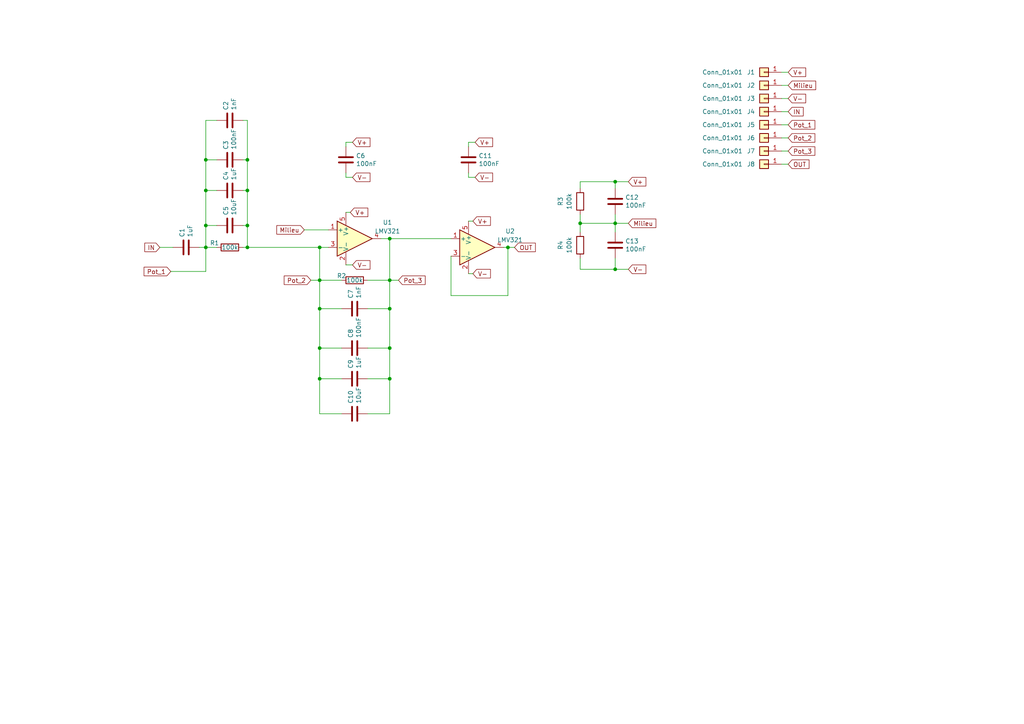
<source format=kicad_sch>
(kicad_sch (version 20211123) (generator eeschema)
  (paper "A4")
  (lib_symbols
    (symbol "Amplifier_Operational:LMV321" (pin_names (offset 0.127))
      (property "Reference" "U" (at 0 5.08 0))
      (property "Value" "LMV321" (at 0 -5.08 0))
      (symbol "LMV321_0_1"
        (polyline (pts (xy -5.08 5.08) (xy 5.08 0) (xy -5.08 -5.08) (xy -5.08 5.08)) (stroke (width 0.254)) (fill (type background)))
        (pin power_in line (at -2.54 -7.62 90) (length 3.81) (name "V-") (number "2"))
        (pin power_in line (at -2.54 7.62 270) (length 3.81) (name "V+") (number "5"))
      )
      (symbol "LMV321_1_1"
        (pin input line (at -7.62 2.54 0) (length 2.54) (name "+") (number "1"))
        (pin input line (at -7.62 -2.54 0) (length 2.54) (name "-") (number "3"))
        (pin output line (at 7.62 0 180) (length 2.54) (name "~") (number "4"))
      )
    )
    (symbol "Connector_Generic:Conn_01x01" (pin_names (offset 1.016) hide)
      (property "Reference" "J" (at 0 2.54 0))
      (property "Value" "Conn_01x01" (at 0 -2.54 0))
      (symbol "Conn_01x01_1_1"
        (rectangle (start -1.27 0.127) (end 0 -0.127) (stroke (width 0.1524)))
        (rectangle (start -1.27 1.27) (end 1.27 -1.27) (stroke (width 0.254)) (fill (type background)))
        (pin passive line (at -5.08 0 0) (length 3.81) (name "Pin_1") (number "1"))
      )
    )
    (symbol "Device:C" (pin_numbers hide) (pin_names (offset 0.254))
      (property "Reference" "C" (at 0.635 2.54 0))
      (property "Value" "C" (at 0.635 -2.54 0))
      (symbol "C_0_1"
        (polyline (pts (xy -2.032 -0.762) (xy 2.032 -0.762)) (stroke (width 0.508)))
        (polyline (pts (xy -2.032 0.762) (xy 2.032 0.762)) (stroke (width 0.508)))
      )
      (symbol "C_1_1"
        (pin passive line (at 0 3.81 270) (length 2.794) (name "~") (number "1"))
        (pin passive line (at 0 -3.81 90) (length 2.794) (name "~") (number "2"))
      )
    )
    (symbol "Device:R" (pin_numbers hide) (pin_names (offset 0))
      (property "Reference" "R" (at 2.032 0 90))
      (property "Value" "R" (at 0 0 90))
      (symbol "R_0_1"
        (rectangle (start -1.016 -2.54) (end 1.016 2.54) (stroke (width 0.254)))
      )
      (symbol "R_1_1"
        (pin passive line (at 0 3.81 270) (length 1.27) (name "~") (number "1"))
        (pin passive line (at 0 -3.81 90) (length 1.27) (name "~") (number "2"))
      )
    )
  )
  (junction (at 168.275 64.77))
  (junction (at 113.03 81.28))
  (junction (at 113.03 89.535))
  (junction (at 59.69 46.355))
  (junction (at 113.03 109.855))
  (junction (at 147.32 71.755))
  (junction (at 92.71 100.965))
  (junction (at 178.435 78.105))
  (junction (at 92.71 109.855))
  (junction (at 113.03 69.215))
  (junction (at 178.435 52.705))
  (junction (at 113.03 100.965))
  (junction (at 71.755 71.755))
  (junction (at 59.69 71.755))
  (junction (at 71.755 55.245))
  (junction (at 59.69 65.405))
  (junction (at 92.71 71.755))
  (junction (at 71.755 65.405))
  (junction (at 92.71 89.535))
  (junction (at 59.69 55.245))
  (junction (at 178.435 64.77))
  (junction (at 71.755 46.355))
  (junction (at 92.71 81.28))
  (wire (pts (xy 92.71 120.015) (xy 92.71 109.855)))
  (wire (pts (xy 168.275 62.23) (xy 168.275 64.77)))
  (wire (pts (xy 92.71 109.855) (xy 92.71 100.965)))
  (wire (pts (xy 135.89 42.545) (xy 135.89 41.275)))
  (wire (pts (xy 135.89 51.435) (xy 135.89 50.165)))
  (wire (pts (xy 59.69 71.755) (xy 62.865 71.755)))
  (wire (pts (xy 178.435 52.705) (xy 168.275 52.705)))
  (wire (pts (xy 92.71 89.535) (xy 92.71 81.28)))
  (wire (pts (xy 113.03 89.535) (xy 113.03 81.28)))
  (wire (pts (xy 226.695 28.575) (xy 228.6 28.575)))
  (wire (pts (xy 59.69 71.755) (xy 59.69 65.405)))
  (wire (pts (xy 147.32 71.755) (xy 147.32 85.725)))
  (wire (pts (xy 168.275 52.705) (xy 168.275 54.61)))
  (wire (pts (xy 92.71 71.755) (xy 95.25 71.755)))
  (wire (pts (xy 178.435 62.23) (xy 178.435 64.77)))
  (wire (pts (xy 92.71 100.965) (xy 99.06 100.965)))
  (wire (pts (xy 168.275 78.105) (xy 178.435 78.105)))
  (wire (pts (xy 106.68 100.965) (xy 113.03 100.965)))
  (wire (pts (xy 168.275 64.77) (xy 178.435 64.77)))
  (wire (pts (xy 70.485 55.245) (xy 71.755 55.245)))
  (wire (pts (xy 226.695 32.385) (xy 228.6 32.385)))
  (wire (pts (xy 70.485 46.355) (xy 71.755 46.355)))
  (wire (pts (xy 106.68 120.015) (xy 113.03 120.015)))
  (wire (pts (xy 57.785 71.755) (xy 59.69 71.755)))
  (wire (pts (xy 49.53 78.74) (xy 59.69 78.74)))
  (wire (pts (xy 100.33 41.275) (xy 102.235 41.275)))
  (wire (pts (xy 113.03 69.215) (xy 110.49 69.215)))
  (wire (pts (xy 59.69 55.245) (xy 62.865 55.245)))
  (wire (pts (xy 99.06 81.28) (xy 92.71 81.28)))
  (wire (pts (xy 146.05 71.755) (xy 147.32 71.755)))
  (wire (pts (xy 46.355 71.755) (xy 50.165 71.755)))
  (wire (pts (xy 92.71 100.965) (xy 92.71 89.535)))
  (wire (pts (xy 113.03 81.28) (xy 115.57 81.28)))
  (wire (pts (xy 106.68 109.855) (xy 113.03 109.855)))
  (wire (pts (xy 92.71 120.015) (xy 99.06 120.015)))
  (wire (pts (xy 59.69 55.245) (xy 59.69 46.355)))
  (wire (pts (xy 135.89 79.375) (xy 137.16 79.375)))
  (wire (pts (xy 147.32 85.725) (xy 130.81 85.725)))
  (wire (pts (xy 226.695 43.815) (xy 228.6 43.815)))
  (wire (pts (xy 71.755 65.405) (xy 71.755 71.755)))
  (wire (pts (xy 71.755 46.355) (xy 71.755 34.925)))
  (wire (pts (xy 71.755 55.245) (xy 71.755 65.405)))
  (wire (pts (xy 182.245 52.705) (xy 178.435 52.705)))
  (wire (pts (xy 102.235 51.435) (xy 100.33 51.435)))
  (wire (pts (xy 147.32 71.755) (xy 149.225 71.755)))
  (wire (pts (xy 178.435 52.705) (xy 178.435 54.61)))
  (wire (pts (xy 226.695 20.955) (xy 228.6 20.955)))
  (wire (pts (xy 71.755 55.245) (xy 71.755 46.355)))
  (wire (pts (xy 71.755 71.755) (xy 92.71 71.755)))
  (wire (pts (xy 106.68 89.535) (xy 113.03 89.535)))
  (wire (pts (xy 92.71 109.855) (xy 99.06 109.855)))
  (wire (pts (xy 70.485 65.405) (xy 71.755 65.405)))
  (wire (pts (xy 70.485 34.925) (xy 71.755 34.925)))
  (wire (pts (xy 100.33 61.595) (xy 101.6 61.595)))
  (wire (pts (xy 88.265 66.675) (xy 95.25 66.675)))
  (wire (pts (xy 113.03 109.855) (xy 113.03 100.965)))
  (wire (pts (xy 59.69 46.355) (xy 62.865 46.355)))
  (wire (pts (xy 226.695 24.765) (xy 228.6 24.765)))
  (wire (pts (xy 135.89 41.275) (xy 137.795 41.275)))
  (wire (pts (xy 226.695 36.195) (xy 228.6 36.195)))
  (wire (pts (xy 113.03 120.015) (xy 113.03 109.855)))
  (wire (pts (xy 178.435 64.77) (xy 182.245 64.77)))
  (wire (pts (xy 113.03 100.965) (xy 113.03 89.535)))
  (wire (pts (xy 106.68 81.28) (xy 113.03 81.28)))
  (wire (pts (xy 135.89 64.135) (xy 137.16 64.135)))
  (wire (pts (xy 70.485 71.755) (xy 71.755 71.755)))
  (wire (pts (xy 100.33 51.435) (xy 100.33 50.165)))
  (wire (pts (xy 59.69 65.405) (xy 62.865 65.405)))
  (wire (pts (xy 59.69 78.74) (xy 59.69 71.755)))
  (wire (pts (xy 178.435 74.93) (xy 178.435 78.105)))
  (wire (pts (xy 137.795 51.435) (xy 135.89 51.435)))
  (wire (pts (xy 59.69 34.925) (xy 62.865 34.925)))
  (wire (pts (xy 92.71 89.535) (xy 99.06 89.535)))
  (wire (pts (xy 113.03 81.28) (xy 113.03 69.215)))
  (wire (pts (xy 113.03 69.215) (xy 130.81 69.215)))
  (wire (pts (xy 226.695 47.625) (xy 228.6 47.625)))
  (wire (pts (xy 59.69 65.405) (xy 59.69 55.245)))
  (wire (pts (xy 178.435 64.77) (xy 178.435 67.31)))
  (wire (pts (xy 92.71 81.28) (xy 92.71 71.755)))
  (wire (pts (xy 226.695 40.005) (xy 228.6 40.005)))
  (wire (pts (xy 59.69 46.355) (xy 59.69 34.925)))
  (wire (pts (xy 100.33 76.835) (xy 102.235 76.835)))
  (wire (pts (xy 168.275 64.77) (xy 168.275 67.31)))
  (wire (pts (xy 178.435 78.105) (xy 182.245 78.105)))
  (wire (pts (xy 168.275 74.93) (xy 168.275 78.105)))
  (wire (pts (xy 130.81 74.295) (xy 130.81 85.725)))
  (wire (pts (xy 100.33 42.545) (xy 100.33 41.275)))
  (wire (pts (xy 90.17 81.28) (xy 92.71 81.28)))
  (global_label "V-" (shape input) (at 102.235 76.835 0) (property "Intersheet References" "${INTERSHEET_REFS}" (effects hide)))
  (global_label "OUT" (shape input) (at 149.225 71.755 0) (property "Intersheet References" "${INTERSHEET_REFS}" (effects hide)))
  (global_label "V-" (shape input) (at 137.16 79.375 0) (property "Intersheet References" "${INTERSHEET_REFS}" (effects hide)))
  (global_label "Milieu" (shape input) (at 88.265 66.675 180) (property "Intersheet References" "${INTERSHEET_REFS}" (effects hide)))
  (global_label "Pot_1" (shape input) (at 228.6 36.195 0) (property "Intersheet References" "${INTERSHEET_REFS}" (effects hide)))
  (global_label "V+" (shape input) (at 102.235 41.275 0) (property "Intersheet References" "${INTERSHEET_REFS}" (effects hide)))
  (global_label "Milieu" (shape input) (at 182.245 64.77 0) (property "Intersheet References" "${INTERSHEET_REFS}" (effects hide)))
  (global_label "V-" (shape input) (at 102.235 51.435 0) (property "Intersheet References" "${INTERSHEET_REFS}" (effects hide)))
  (global_label "V+" (shape input) (at 182.245 52.705 0) (property "Intersheet References" "${INTERSHEET_REFS}" (effects hide)))
  (global_label "IN" (shape input) (at 46.355 71.755 180) (property "Intersheet References" "${INTERSHEET_REFS}" (effects hide)))
  (global_label "V-" (shape input) (at 228.6 28.575 0) (property "Intersheet References" "${INTERSHEET_REFS}" (effects hide)))
  (global_label "Pot_2" (shape input) (at 90.17 81.28 180) (property "Intersheet References" "${INTERSHEET_REFS}" (effects hide)))
  (global_label "V-" (shape input) (at 137.795 51.435 0) (property "Intersheet References" "${INTERSHEET_REFS}" (effects hide)))
  (global_label "IN" (shape input) (at 228.6 32.385 0) (property "Intersheet References" "${INTERSHEET_REFS}" (effects hide)))
  (global_label "Pot_1" (shape input) (at 49.53 78.74 180) (property "Intersheet References" "${INTERSHEET_REFS}" (effects hide)))
  (global_label "V+" (shape input) (at 137.795 41.275 0) (property "Intersheet References" "${INTERSHEET_REFS}" (effects hide)))
  (global_label "V+" (shape input) (at 101.6 61.595 0) (property "Intersheet References" "${INTERSHEET_REFS}" (effects hide)))
  (global_label "Milieu" (shape input) (at 228.6 24.765 0) (property "Intersheet References" "${INTERSHEET_REFS}" (effects hide)))
  (global_label "Pot_3" (shape input) (at 228.6 43.815 0) (property "Intersheet References" "${INTERSHEET_REFS}" (effects hide)))
  (global_label "V+" (shape input) (at 137.16 64.135 0) (property "Intersheet References" "${INTERSHEET_REFS}" (effects hide)))
  (global_label "OUT" (shape input) (at 228.6 47.625 0) (property "Intersheet References" "${INTERSHEET_REFS}" (effects hide)))
  (global_label "Pot_3" (shape input) (at 115.57 81.28 0) (property "Intersheet References" "${INTERSHEET_REFS}" (effects hide)))
  (global_label "V+" (shape input) (at 228.6 20.955 0) (property "Intersheet References" "${INTERSHEET_REFS}" (effects hide)))
  (global_label "V-" (shape input) (at 182.245 78.105 0) (property "Intersheet References" "${INTERSHEET_REFS}" (effects hide)))
  (global_label "Pot_2" (shape input) (at 228.6 40.005 0) (property "Intersheet References" "${INTERSHEET_REFS}" (effects hide)))
  (symbol (lib_id "Device:C") (at 66.675 46.355 270) (unit 1)
    (property "Reference" "C3" (at 65.5066 43.434 0) (effects (justify right)))
    (property "Value" "100nF" (at 67.818 43.434 0) (effects (justify right)))
    (property "Footprint" "Capacitor_SMD:C_0603_1608Metric" (effects hide))
    (property "LCSC" "C14663" (effects hide))
  )
  (symbol (lib_id "Device:R") (at 102.87 81.28 90) (unit 1)
    (property "Reference" "R2" (at 99.06 80.01 90))
    (property "Value" "100k" (at 102.87 81.28 90))
    (property "Footprint" "Resistor_SMD:R_0603_1608Metric" (effects hide))
    (property "LCSC" "C25803" (effects hide))
  )
  (symbol (lib_id "Device:R") (at 168.275 71.12 180) (unit 1)
    (property "Reference" "R4" (at 162.56 71.12 90))
    (property "Value" "100k" (at 165.1 71.12 90))
    (property "Footprint" "Resistor_SMD:R_0603_1608Metric" (effects hide))
    (property "LCSC" "C25803" (effects hide))
  )
  (symbol (lib_id "Device:C") (at 178.435 58.42 180) (unit 1)
    (property "Reference" "C12" (at 181.356 57.2516 0) (effects (justify right)))
    (property "Value" "100nF" (at 181.356 59.563 0) (effects (justify right)))
    (property "Footprint" "Capacitor_SMD:C_0603_1608Metric" (effects hide))
    (property "LCSC" "C14663" (effects hide))
  )
  (symbol (lib_id "Amplifier_Operational:LMV321") (at 138.43 71.755 0) (unit 1)
    (property "Reference" "U2" (at 147.955 67.056 0))
    (property "Value" "LMV321" (at 147.955 69.596 0))
    (property "Footprint" "Package_TO_SOT_SMD:SOT-23-5" (effects hide))
    (property "Datasheet" "http://www.ti.com/lit/ds/symlink/lmv324.pdf" (effects hide))
    (property "LCSC" "C7972" (effects hide))
  )
  (symbol (lib_id "Device:C") (at 102.87 109.855 270) (unit 1)
    (property "Reference" "C9" (at 101.7016 106.934 0) (effects (justify right)))
    (property "Value" "1uF" (at 104.013 106.934 0) (effects (justify right)))
    (property "Footprint" "Capacitor_SMD:C_0603_1608Metric" (effects hide))
    (property "LCSC" "C15849" (effects hide))
  )
  (symbol (lib_id "Device:R") (at 168.275 58.42 180) (unit 1)
    (property "Reference" "R3" (at 162.56 58.42 90))
    (property "Value" "100k" (at 165.1 58.42 90))
    (property "Footprint" "Resistor_SMD:R_0603_1608Metric" (effects hide))
    (property "LCSC" "C25803" (effects hide))
  )
  (symbol (lib_id "Device:C") (at 102.87 120.015 270) (unit 1)
    (property "Reference" "C10" (at 101.7016 117.094 0) (effects (justify right)))
    (property "Value" "10uF" (at 104.013 117.094 0) (effects (justify right)))
    (property "Footprint" "Capacitor_SMD:C_0603_1608Metric" (effects hide))
    (property "LCSC" " C96446" (effects hide))
  )
  (symbol (lib_id "Connector_Generic:Conn_01x01") (at 221.615 32.385 180) (unit 1)
    (property "Reference" "J4" (at 217.805 32.385 0))
    (property "Value" "Conn_01x01" (at 209.55 32.385 0))
    (property "Footprint" "Chimere_mods:Castellated_conn" (effects hide))
  )
  (symbol (lib_id "Device:C") (at 53.975 71.755 270) (unit 1)
    (property "Reference" "C1" (at 52.8066 68.834 0) (effects (justify right)))
    (property "Value" "1uF" (at 55.118 68.834 0) (effects (justify right)))
    (property "Footprint" "Capacitor_SMD:C_0603_1608Metric" (effects hide))
    (property "LCSC" "C15849" (effects hide))
  )
  (symbol (lib_id "Device:C") (at 66.675 34.925 270) (unit 1)
    (property "Reference" "C2" (at 65.5066 32.004 0) (effects (justify right)))
    (property "Value" "1nF" (at 67.818 32.004 0) (effects (justify right)))
    (property "Footprint" "Capacitor_SMD:C_0603_1608Metric" (effects hide))
    (property "LCSC" " C1588" (effects hide))
  )
  (symbol (lib_id "Device:C") (at 66.675 65.405 270) (unit 1)
    (property "Reference" "C5" (at 65.5066 62.484 0) (effects (justify right)))
    (property "Value" "10uF" (at 67.818 62.484 0) (effects (justify right)))
    (property "Footprint" "Capacitor_SMD:C_0603_1608Metric" (effects hide))
    (property "LCSC" " C96446" (effects hide))
  )
  (symbol (lib_id "Connector_Generic:Conn_01x01") (at 221.615 24.765 180) (unit 1)
    (property "Reference" "J2" (at 217.805 24.765 0))
    (property "Value" "Conn_01x01" (at 209.55 24.765 0))
    (property "Footprint" "Chimere_mods:Castellated_conn" (effects hide))
  )
  (symbol (lib_id "Connector_Generic:Conn_01x01") (at 221.615 28.575 180) (unit 1)
    (property "Reference" "J3" (at 217.805 28.575 0))
    (property "Value" "Conn_01x01" (at 209.55 28.575 0))
    (property "Footprint" "Chimere_mods:Castellated_conn" (effects hide))
  )
  (symbol (lib_id "Amplifier_Operational:LMV321") (at 102.87 69.215 0) (unit 1)
    (property "Reference" "U1" (at 112.395 64.516 0))
    (property "Value" "LMV321" (at 112.395 67.056 0))
    (property "Footprint" "Package_TO_SOT_SMD:SOT-23-5" (effects hide))
    (property "Datasheet" "http://www.ti.com/lit/ds/symlink/lmv324.pdf" (effects hide))
    (property "LCSC" "C7972" (effects hide))
  )
  (symbol (lib_id "Device:R") (at 66.675 71.755 90) (unit 1)
    (property "Reference" "R1" (at 62.23 70.485 90))
    (property "Value" "100k" (at 66.675 71.755 90))
    (property "Footprint" "Resistor_SMD:R_0603_1608Metric" (effects hide))
    (property "LCSC" "C25803" (effects hide))
  )
  (symbol (lib_id "Connector_Generic:Conn_01x01") (at 221.615 47.625 180) (unit 1)
    (property "Reference" "J8" (at 217.805 47.625 0))
    (property "Value" "Conn_01x01" (at 209.55 47.625 0))
    (property "Footprint" "Chimere_mods:Castellated_conn" (effects hide))
  )
  (symbol (lib_id "Connector_Generic:Conn_01x01") (at 221.615 20.955 180) (unit 1)
    (property "Reference" "J1" (at 217.805 20.955 0))
    (property "Value" "Conn_01x01" (at 209.55 20.955 0))
    (property "Footprint" "Chimere_mods:Castellated_conn" (effects hide))
  )
  (symbol (lib_id "Device:C") (at 102.87 100.965 270) (unit 1)
    (property "Reference" "C8" (at 101.7016 98.044 0) (effects (justify right)))
    (property "Value" "100nF" (at 104.013 98.044 0) (effects (justify right)))
    (property "Footprint" "Capacitor_SMD:C_0603_1608Metric" (effects hide))
    (property "LCSC" "C14663" (effects hide))
  )
  (symbol (lib_id "Connector_Generic:Conn_01x01") (at 221.615 36.195 180) (unit 1)
    (property "Reference" "J5" (at 217.805 36.195 0))
    (property "Value" "Conn_01x01" (at 209.55 36.195 0))
    (property "Footprint" "Chimere_mods:Castellated_conn" (effects hide))
  )
  (symbol (lib_id "Device:C") (at 135.89 46.355 180) (unit 1)
    (property "Reference" "C11" (at 138.811 45.1866 0) (effects (justify right)))
    (property "Value" "100nF" (at 138.811 47.498 0) (effects (justify right)))
    (property "Footprint" "Capacitor_SMD:C_0603_1608Metric" (effects hide))
    (property "LCSC" "C14663" (effects hide))
  )
  (symbol (lib_id "Device:C") (at 66.675 55.245 270) (unit 1)
    (property "Reference" "C4" (at 65.5066 52.324 0) (effects (justify right)))
    (property "Value" "1uF" (at 67.818 52.324 0) (effects (justify right)))
    (property "Footprint" "Capacitor_SMD:C_0603_1608Metric" (effects hide))
    (property "LCSC" "C15849" (effects hide))
  )
  (symbol (lib_id "Connector_Generic:Conn_01x01") (at 221.615 40.005 180) (unit 1)
    (property "Reference" "J6" (at 217.805 40.005 0))
    (property "Value" "Conn_01x01" (at 209.55 40.005 0))
    (property "Footprint" "Chimere_mods:Castellated_conn" (effects hide))
  )
  (symbol (lib_id "Connector_Generic:Conn_01x01") (at 221.615 43.815 180) (unit 1)
    (property "Reference" "J7" (at 217.805 43.815 0))
    (property "Value" "Conn_01x01" (at 209.55 43.815 0))
    (property "Footprint" "Chimere_mods:Castellated_conn" (effects hide))
  )
  (symbol (lib_id "Device:C") (at 178.435 71.12 180) (unit 1)
    (property "Reference" "C13" (at 181.356 69.9516 0) (effects (justify right)))
    (property "Value" "100nF" (at 181.356 72.263 0) (effects (justify right)))
    (property "Footprint" "Capacitor_SMD:C_0603_1608Metric" (effects hide))
    (property "LCSC" "C14663" (effects hide))
  )
  (symbol (lib_id "Device:C") (at 100.33 46.355 180) (unit 1)
    (property "Reference" "C6" (at 103.251 45.1866 0) (effects (justify right)))
    (property "Value" "100nF" (at 103.251 47.498 0) (effects (justify right)))
    (property "Footprint" "Capacitor_SMD:C_0603_1608Metric" (effects hide))
    (property "LCSC" "C14663" (effects hide))
  )
  (symbol (lib_id "Device:C") (at 102.87 89.535 270) (unit 1)
    (property "Reference" "C7" (at 101.7016 86.614 0) (effects (justify right)))
    (property "Value" "1nF" (at 104.013 86.614 0) (effects (justify right)))
    (property "Footprint" "Capacitor_SMD:C_0603_1608Metric" (effects hide))
    (property "LCSC" " C1588" (effects hide))
  )
)
</source>
